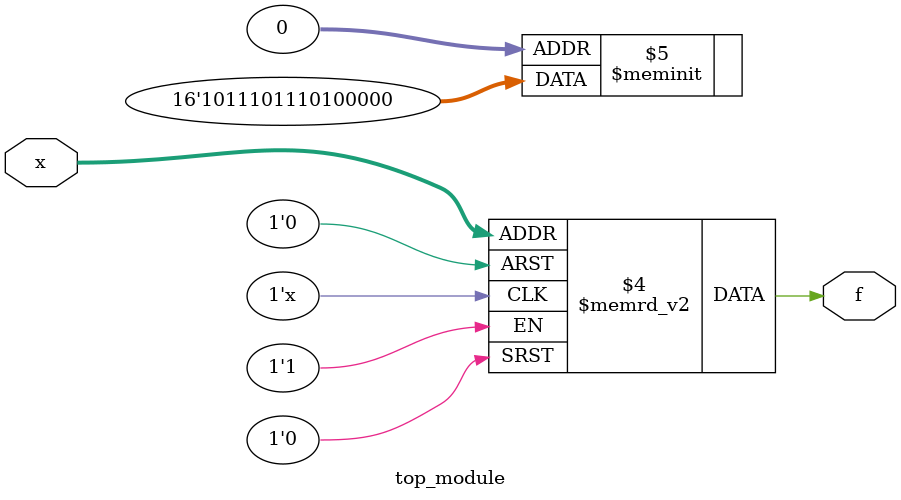
<source format=sv>
module top_module (
    input [4:1] x,
    output logic f
);

    always_comb begin
        case (x)
            4'b0000: f = 1'b0;
            4'b0001: f = 1'b0;
            4'b0010: f = 1'b0;
            4'b0011: f = 1'b0;
            4'b0100: f = 1'b0;
            4'b0101: f = 1'b1;
            4'b0110: f = 1'b0;
            4'b0111: f = 1'b1;
            4'b1000: f = 1'b1;
            4'b1001: f = 1'b1;
            4'b1010: f = 1'b0;
            4'b1011: f = 1'b1;
            4'b1100: f = 1'b1;
            4'b1101: f = 1'b1;
            4'b1110: f = 1'b0;
            4'b1111: f = 1'b1;
            default: f = 1'b0; // default case to cover all don't-care conditions
        endcase
    end

endmodule

</source>
